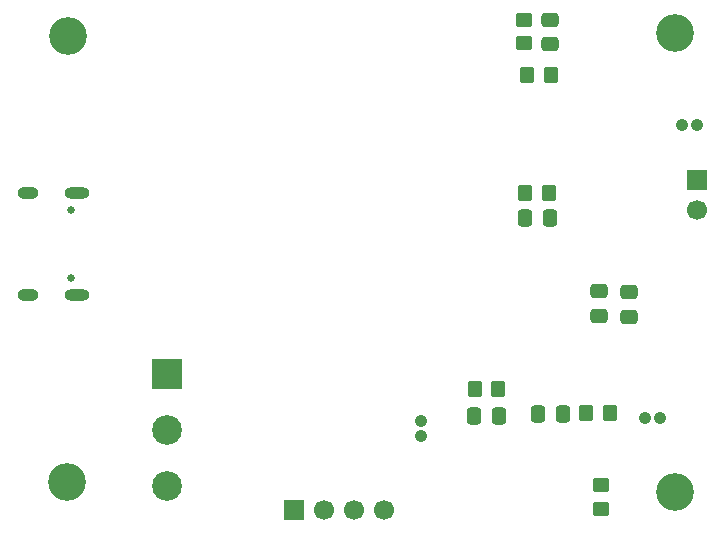
<source format=gbs>
G04 #@! TF.GenerationSoftware,KiCad,Pcbnew,9.0.6*
G04 #@! TF.CreationDate,2026-02-28T15:56:05-05:00*
G04 #@! TF.ProjectId,GoldenForm_1,476f6c64-656e-4466-9f72-6d5f312e6b69,rev?*
G04 #@! TF.SameCoordinates,Original*
G04 #@! TF.FileFunction,Soldermask,Bot*
G04 #@! TF.FilePolarity,Negative*
%FSLAX46Y46*%
G04 Gerber Fmt 4.6, Leading zero omitted, Abs format (unit mm)*
G04 Created by KiCad (PCBNEW 9.0.6) date 2026-02-28 15:56:05*
%MOMM*%
%LPD*%
G01*
G04 APERTURE LIST*
G04 Aperture macros list*
%AMRoundRect*
0 Rectangle with rounded corners*
0 $1 Rounding radius*
0 $2 $3 $4 $5 $6 $7 $8 $9 X,Y pos of 4 corners*
0 Add a 4 corners polygon primitive as box body*
4,1,4,$2,$3,$4,$5,$6,$7,$8,$9,$2,$3,0*
0 Add four circle primitives for the rounded corners*
1,1,$1+$1,$2,$3*
1,1,$1+$1,$4,$5*
1,1,$1+$1,$6,$7*
1,1,$1+$1,$8,$9*
0 Add four rect primitives between the rounded corners*
20,1,$1+$1,$2,$3,$4,$5,0*
20,1,$1+$1,$4,$5,$6,$7,0*
20,1,$1+$1,$6,$7,$8,$9,0*
20,1,$1+$1,$8,$9,$2,$3,0*%
G04 Aperture macros list end*
%ADD10R,2.520000X2.520000*%
%ADD11C,2.520000*%
%ADD12C,1.066800*%
%ADD13C,3.200000*%
%ADD14R,1.700000X1.700000*%
%ADD15C,1.700000*%
%ADD16C,0.660400*%
%ADD17O,1.803400X0.990600*%
%ADD18O,2.108200X0.990600*%
%ADD19RoundRect,0.250000X-0.350000X-0.450000X0.350000X-0.450000X0.350000X0.450000X-0.350000X0.450000X0*%
%ADD20RoundRect,0.250000X0.350000X0.450000X-0.350000X0.450000X-0.350000X-0.450000X0.350000X-0.450000X0*%
%ADD21RoundRect,0.250000X-0.337500X-0.475000X0.337500X-0.475000X0.337500X0.475000X-0.337500X0.475000X0*%
%ADD22RoundRect,0.250000X-0.450000X0.350000X-0.450000X-0.350000X0.450000X-0.350000X0.450000X0.350000X0*%
%ADD23RoundRect,0.250000X0.337500X0.475000X-0.337500X0.475000X-0.337500X-0.475000X0.337500X-0.475000X0*%
%ADD24RoundRect,0.250000X-0.475000X0.337500X-0.475000X-0.337500X0.475000X-0.337500X0.475000X0.337500X0*%
%ADD25RoundRect,0.250000X0.475000X-0.337500X0.475000X0.337500X-0.475000X0.337500X-0.475000X-0.337500X0*%
%ADD26RoundRect,0.250000X0.450000X-0.350000X0.450000X0.350000X-0.450000X0.350000X-0.450000X-0.350000X0*%
G04 APERTURE END LIST*
D10*
X80772000Y-82804000D03*
D11*
X80772000Y-87504000D03*
X80772000Y-92204000D03*
D12*
X122500000Y-86500000D03*
X121250000Y-86500000D03*
X125624600Y-61649912D03*
X124374600Y-61649912D03*
D13*
X72280000Y-91930000D03*
X123750000Y-92750000D03*
D14*
X125600000Y-66325000D03*
D15*
X125600000Y-68865000D03*
D13*
X72360000Y-54182000D03*
D12*
X102299912Y-88000000D03*
X102299912Y-86750000D03*
D14*
X91515000Y-94300000D03*
D15*
X94055000Y-94300000D03*
X96595000Y-94300000D03*
X99135000Y-94300000D03*
D13*
X123800000Y-53900000D03*
D16*
X72660801Y-68860001D03*
X72660801Y-74639999D03*
D17*
X68980800Y-67429998D03*
D18*
X73160800Y-67429998D03*
X73160800Y-76070002D03*
D17*
X68980800Y-76070002D03*
D19*
X111250000Y-57450000D03*
X113250000Y-57450000D03*
D20*
X118250000Y-86100000D03*
X116250000Y-86100000D03*
D21*
X106762500Y-86300000D03*
X108837500Y-86300000D03*
D22*
X117500000Y-92200000D03*
X117500000Y-94200000D03*
D23*
X113150000Y-69550000D03*
X111075000Y-69550000D03*
D24*
X113200000Y-52762500D03*
X113200000Y-54837500D03*
D19*
X111100000Y-67450000D03*
X113100000Y-67450000D03*
D25*
X119860000Y-77897500D03*
X119860000Y-75822500D03*
D26*
X111000000Y-54750000D03*
X111000000Y-52750000D03*
D20*
X108800000Y-84050000D03*
X106800000Y-84050000D03*
D21*
X112187500Y-86150000D03*
X114262500Y-86150000D03*
D25*
X117350000Y-77827500D03*
X117350000Y-75752500D03*
M02*

</source>
